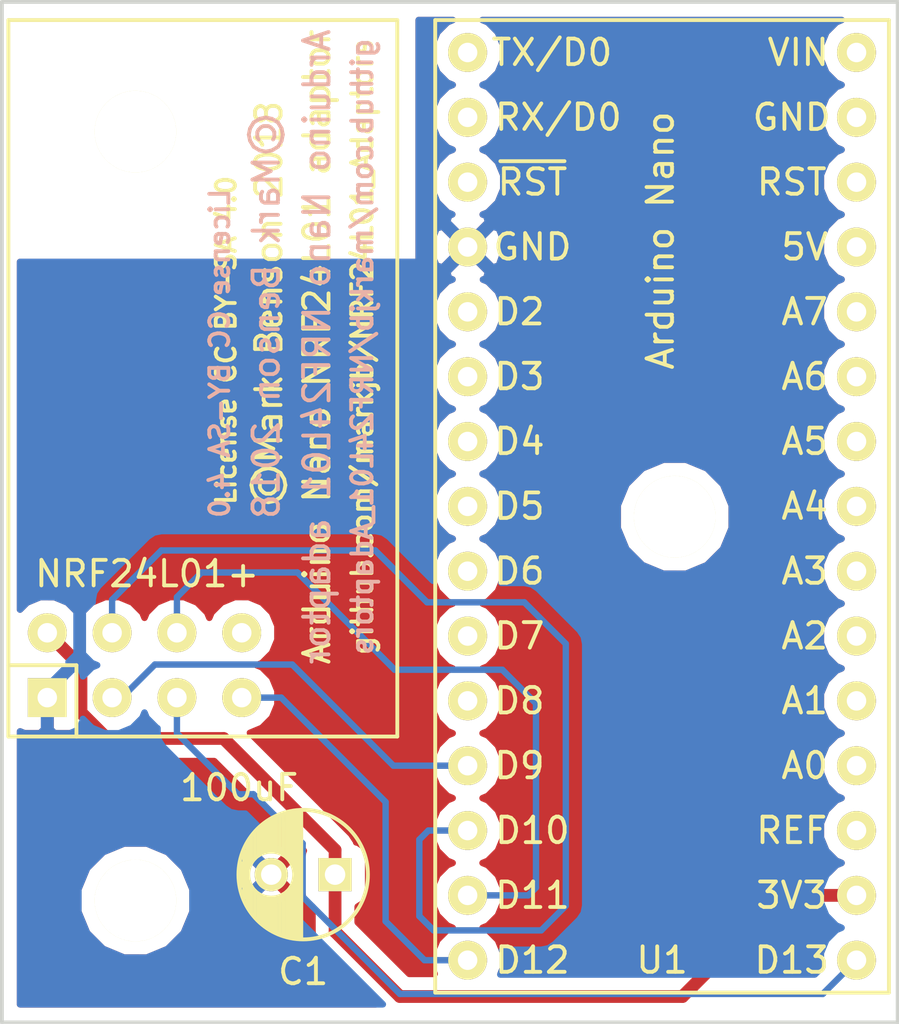
<source format=kicad_pcb>
(kicad_pcb (version 4) (host pcbnew 4.0.7-e2-6376~58~ubuntu16.04.1)

  (general
    (links 9)
    (no_connects 0)
    (area 118.204857 48.1142 158.451943 88.6886)
    (thickness 1.6)
    (drawings 12)
    (tracks 60)
    (zones 0)
    (modules 6)
    (nets 32)
  )

  (page A4)
  (title_block
    (title "Arduino Nano NRF24L01+ Adaptor")
    (date 2018-03-30)
    (rev 1)
    (comment 1 "Copyright Mark Benson 2018")
    (comment 2 "License Creative Commons Attribution ShareAlike 4.0 (CC BY-SA 4.0)")
    (comment 3 github.com/markjb/NRF24L01_Adaptors)
  )

  (layers
    (0 F.Cu signal hide)
    (31 B.Cu signal hide)
    (32 B.Adhes user hide)
    (33 F.Adhes user hide)
    (34 B.Paste user hide)
    (35 F.Paste user hide)
    (36 B.SilkS user)
    (37 F.SilkS user hide)
    (38 B.Mask user)
    (39 F.Mask user)
    (40 Dwgs.User user)
    (41 Cmts.User user)
    (42 Eco1.User user)
    (43 Eco2.User user)
    (44 Edge.Cuts user)
    (45 Margin user)
    (46 B.CrtYd user)
    (47 F.CrtYd user)
    (48 B.Fab user)
    (49 F.Fab user)
  )

  (setup
    (last_trace_width 0.25)
    (user_trace_width 0.5)
    (user_trace_width 0.75)
    (user_trace_width 1)
    (trace_clearance 0.2)
    (zone_clearance 0.508)
    (zone_45_only yes)
    (trace_min 0.2)
    (segment_width 0.2)
    (edge_width 0.15)
    (via_size 0.6)
    (via_drill 0.4)
    (via_min_size 0.4)
    (via_min_drill 0.3)
    (uvia_size 0.3)
    (uvia_drill 0.1)
    (uvias_allowed no)
    (uvia_min_size 0.2)
    (uvia_min_drill 0.1)
    (pcb_text_width 0.3)
    (pcb_text_size 1.5 1.5)
    (mod_edge_width 0.15)
    (mod_text_size 1 1)
    (mod_text_width 0.15)
    (pad_size 1.524 1.524)
    (pad_drill 0.762)
    (pad_to_mask_clearance 0.2)
    (aux_axis_origin 0 0)
    (visible_elements 7FFFFFFF)
    (pcbplotparams
      (layerselection 0x010f0_80000001)
      (usegerberextensions true)
      (excludeedgelayer true)
      (linewidth 0.100000)
      (plotframeref false)
      (viasonmask false)
      (mode 1)
      (useauxorigin false)
      (hpglpennumber 1)
      (hpglpenspeed 20)
      (hpglpendiameter 15)
      (hpglpenoverlay 2)
      (psnegative false)
      (psa4output false)
      (plotreference true)
      (plotvalue true)
      (plotinvisibletext false)
      (padsonsilk false)
      (subtractmaskfromsilk false)
      (outputformat 1)
      (mirror false)
      (drillshape 0)
      (scaleselection 1)
      (outputdirectory gerber/))
  )

  (net 0 "")
  (net 1 "Net-(P1-Pad3)")
  (net 2 "Net-(P1-Pad4)")
  (net 3 "Net-(P1-Pad5)")
  (net 4 "Net-(P1-Pad6)")
  (net 5 "Net-(P1-Pad7)")
  (net 6 "Net-(P1-Pad8)")
  (net 7 "Net-(U1-Pad1)")
  (net 8 "Net-(U1-Pad2)")
  (net 9 "Net-(U1-Pad3)")
  (net 10 "Net-(U1-Pad5)")
  (net 11 "Net-(U1-Pad6)")
  (net 12 "Net-(U1-Pad7)")
  (net 13 "Net-(U1-Pad8)")
  (net 14 "Net-(U1-Pad9)")
  (net 15 "Net-(U1-Pad10)")
  (net 16 "Net-(U1-Pad11)")
  (net 17 "Net-(U1-Pad18)")
  (net 18 "Net-(U1-Pad19)")
  (net 19 "Net-(U1-Pad20)")
  (net 20 "Net-(U1-Pad21)")
  (net 21 "Net-(U1-Pad22)")
  (net 22 "Net-(U1-Pad23)")
  (net 23 "Net-(U1-Pad24)")
  (net 24 "Net-(U1-Pad25)")
  (net 25 "Net-(U1-Pad26)")
  (net 26 "Net-(U1-Pad27)")
  (net 27 "Net-(U1-Pad28)")
  (net 28 "Net-(U1-Pad29)")
  (net 29 "Net-(U1-Pad30)")
  (net 30 "Net-(C1-Pad1)")
  (net 31 "Net-(C1-Pad2)")

  (net_class Default "This is the default net class."
    (clearance 0.2)
    (trace_width 0.25)
    (via_dia 0.6)
    (via_drill 0.4)
    (uvia_dia 0.3)
    (uvia_drill 0.1)
    (add_net "Net-(C1-Pad1)")
    (add_net "Net-(C1-Pad2)")
    (add_net "Net-(P1-Pad3)")
    (add_net "Net-(P1-Pad4)")
    (add_net "Net-(P1-Pad5)")
    (add_net "Net-(P1-Pad6)")
    (add_net "Net-(P1-Pad7)")
    (add_net "Net-(P1-Pad8)")
    (add_net "Net-(U1-Pad1)")
    (add_net "Net-(U1-Pad10)")
    (add_net "Net-(U1-Pad11)")
    (add_net "Net-(U1-Pad18)")
    (add_net "Net-(U1-Pad19)")
    (add_net "Net-(U1-Pad2)")
    (add_net "Net-(U1-Pad20)")
    (add_net "Net-(U1-Pad21)")
    (add_net "Net-(U1-Pad22)")
    (add_net "Net-(U1-Pad23)")
    (add_net "Net-(U1-Pad24)")
    (add_net "Net-(U1-Pad25)")
    (add_net "Net-(U1-Pad26)")
    (add_net "Net-(U1-Pad27)")
    (add_net "Net-(U1-Pad28)")
    (add_net "Net-(U1-Pad29)")
    (add_net "Net-(U1-Pad3)")
    (add_net "Net-(U1-Pad30)")
    (add_net "Net-(U1-Pad5)")
    (add_net "Net-(U1-Pad6)")
    (add_net "Net-(U1-Pad7)")
    (add_net "Net-(U1-Pad8)")
    (add_net "Net-(U1-Pad9)")
  )

  (module Custom_lib:NRF24L01+ (layer F.Cu) (tedit 57ADDB90) (tstamp 57ADCF6C)
    (at 130.1496 62.1284 270)
    (path /57ADCC0F)
    (fp_text reference P1 (at 0.254 2.032 270) (layer F.SilkS) hide
      (effects (font (size 1 1) (thickness 0.15)))
    )
    (fp_text value NRF24L01+ (at 8.4836 1.9304 360) (layer F.SilkS)
      (effects (font (size 1 1) (thickness 0.15)))
    )
    (fp_line (start 14.859 4.699) (end 12.065 4.699) (layer F.SilkS) (width 0.15))
    (fp_line (start 12.065 4.699) (end 12.065 7.366) (layer F.SilkS) (width 0.15))
    (fp_line (start 14.859 7.366) (end 14.859 -7.874) (layer F.SilkS) (width 0.15))
    (fp_line (start 14.859 -7.874) (end -13.208 -7.874) (layer F.SilkS) (width 0.15))
    (fp_line (start 14.859 7.366) (end -13.208 7.366) (layer F.SilkS) (width 0.15))
    (fp_line (start -13.208 7.366) (end -13.208 -7.874) (layer F.SilkS) (width 0.15))
    (pad 1 thru_hole rect (at 13.335 5.842 270) (size 1.524 1.524) (drill 0.762) (layers *.Cu *.Mask F.SilkS)
      (net 31 "Net-(C1-Pad2)"))
    (pad 2 thru_hole circle (at 10.795 5.842 270) (size 1.524 1.524) (drill 0.762) (layers *.Cu *.Mask F.SilkS)
      (net 30 "Net-(C1-Pad1)"))
    (pad 3 thru_hole circle (at 13.335 3.302 270) (size 1.524 1.524) (drill 0.762) (layers *.Cu *.Mask F.SilkS)
      (net 1 "Net-(P1-Pad3)"))
    (pad 4 thru_hole circle (at 10.795 3.302 270) (size 1.524 1.524) (drill 0.762) (layers *.Cu *.Mask F.SilkS)
      (net 2 "Net-(P1-Pad4)"))
    (pad 5 thru_hole circle (at 13.335 0.762 270) (size 1.524 1.524) (drill 0.762) (layers *.Cu *.Mask F.SilkS)
      (net 3 "Net-(P1-Pad5)"))
    (pad 6 thru_hole circle (at 10.795 0.762 270) (size 1.524 1.524) (drill 0.762) (layers *.Cu *.Mask F.SilkS)
      (net 4 "Net-(P1-Pad6)"))
    (pad 7 thru_hole circle (at 13.335 -1.778 270) (size 1.524 1.524) (drill 0.762) (layers *.Cu *.Mask F.SilkS)
      (net 5 "Net-(P1-Pad7)"))
    (pad 8 thru_hole circle (at 10.795 -1.778 270) (size 1.524 1.524) (drill 0.762) (layers *.Cu *.Mask F.SilkS)
      (net 6 "Net-(P1-Pad8)"))
  )

  (module Custom_lib:Arduino_nano_v3 (layer F.Cu) (tedit 57B1D467) (tstamp 57ADCF8E)
    (at 148.3995 65.4304)
    (path /57ADCBCC)
    (fp_text reference U1 (at 0 20.32) (layer F.SilkS)
      (effects (font (size 1 1) (thickness 0.15)))
    )
    (fp_text value "Arduino Nano" (at -0.0635 -7.874 90) (layer F.SilkS)
      (effects (font (size 1 1) (thickness 0.15)))
    )
    (fp_text user VIN (at 5.334 -15.24) (layer F.SilkS)
      (effects (font (size 1 1) (thickness 0.15)))
    )
    (fp_text user GND (at 5.08 -12.7) (layer F.SilkS)
      (effects (font (size 1 1) (thickness 0.15)))
    )
    (fp_text user RST (at 5.08 -10.16) (layer F.SilkS)
      (effects (font (size 1 1) (thickness 0.15)))
    )
    (fp_text user 5V (at 5.588 -7.62) (layer F.SilkS)
      (effects (font (size 1 1) (thickness 0.15)))
    )
    (fp_text user A7 (at 5.588 -5.08) (layer F.SilkS)
      (effects (font (size 1 1) (thickness 0.15)))
    )
    (fp_text user A6 (at 5.588 -2.54) (layer F.SilkS)
      (effects (font (size 1 1) (thickness 0.15)))
    )
    (fp_text user A5 (at 5.588 0) (layer F.SilkS)
      (effects (font (size 1 1) (thickness 0.15)))
    )
    (fp_text user A4 (at 5.588 2.54) (layer F.SilkS)
      (effects (font (size 1 1) (thickness 0.15)))
    )
    (fp_text user A3 (at 5.588 5.08) (layer F.SilkS)
      (effects (font (size 1 1) (thickness 0.15)))
    )
    (fp_text user A2 (at 5.588 7.62) (layer F.SilkS)
      (effects (font (size 1 1) (thickness 0.15)))
    )
    (fp_text user A1 (at 5.588 10.16) (layer F.SilkS)
      (effects (font (size 1 1) (thickness 0.15)))
    )
    (fp_text user A0 (at 5.588 12.7) (layer F.SilkS)
      (effects (font (size 1 1) (thickness 0.15)))
    )
    (fp_text user REF (at 5.08 15.24) (layer F.SilkS)
      (effects (font (size 1 1) (thickness 0.15)))
    )
    (fp_text user 3V3 (at 5.08 17.78) (layer F.SilkS)
      (effects (font (size 1 1) (thickness 0.15)))
    )
    (fp_text user D13 (at 5.08 20.32) (layer F.SilkS)
      (effects (font (size 1 1) (thickness 0.15)))
    )
    (fp_text user D12 (at -5.08 20.32) (layer F.SilkS)
      (effects (font (size 1 1) (thickness 0.15)))
    )
    (fp_text user D11 (at -5.08 17.78) (layer F.SilkS)
      (effects (font (size 1 1) (thickness 0.15)))
    )
    (fp_text user D10 (at -5.08 15.24) (layer F.SilkS)
      (effects (font (size 1 1) (thickness 0.15)))
    )
    (fp_text user D9 (at -5.588 12.7) (layer F.SilkS)
      (effects (font (size 1 1) (thickness 0.15)))
    )
    (fp_text user D8 (at -5.588 10.16) (layer F.SilkS)
      (effects (font (size 1 1) (thickness 0.15)))
    )
    (fp_text user D7 (at -5.588 7.62) (layer F.SilkS)
      (effects (font (size 1 1) (thickness 0.15)))
    )
    (fp_text user D6 (at -5.588 5.08) (layer F.SilkS)
      (effects (font (size 1 1) (thickness 0.15)))
    )
    (fp_text user D5 (at -5.588 2.54) (layer F.SilkS)
      (effects (font (size 1 1) (thickness 0.15)))
    )
    (fp_text user D4 (at -5.588 0) (layer F.SilkS)
      (effects (font (size 1 1) (thickness 0.15)))
    )
    (fp_text user D3 (at -5.588 -2.54) (layer F.SilkS)
      (effects (font (size 1 1) (thickness 0.15)))
    )
    (fp_text user D2 (at -5.588 -5.08) (layer F.SilkS)
      (effects (font (size 1 1) (thickness 0.15)))
    )
    (fp_text user GND (at -5.08 -7.62) (layer F.SilkS)
      (effects (font (size 1 1) (thickness 0.15)))
    )
    (fp_text user ~RST (at -5.08 -10.16) (layer F.SilkS)
      (effects (font (size 1 1) (thickness 0.15)))
    )
    (fp_text user RX/D0 (at -4.064 -12.7) (layer F.SilkS)
      (effects (font (size 1 1) (thickness 0.15)))
    )
    (fp_text user TX/D0 (at -4.318 -15.24) (layer F.SilkS)
      (effects (font (size 1 1) (thickness 0.15)))
    )
    (fp_line (start 8.89 -16.51) (end -8.89 -16.51) (layer F.SilkS) (width 0.15))
    (fp_line (start -8.89 -16.51) (end -8.89 21.59) (layer F.SilkS) (width 0.15))
    (fp_line (start -8.89 21.59) (end 8.89 21.59) (layer F.SilkS) (width 0.15))
    (fp_line (start 8.89 21.59) (end 8.89 -16.51) (layer F.SilkS) (width 0.15))
    (pad 1 thru_hole circle (at -7.62 -15.24) (size 1.524 1.524) (drill 0.762) (layers *.Cu *.Mask F.SilkS)
      (net 7 "Net-(U1-Pad1)"))
    (pad 2 thru_hole circle (at -7.62 -12.7) (size 1.524 1.524) (drill 0.762) (layers *.Cu *.Mask F.SilkS)
      (net 8 "Net-(U1-Pad2)"))
    (pad 3 thru_hole circle (at -7.62 -10.16) (size 1.524 1.524) (drill 0.762) (layers *.Cu *.Mask F.SilkS)
      (net 9 "Net-(U1-Pad3)"))
    (pad 4 thru_hole circle (at -7.62 -7.62) (size 1.524 1.524) (drill 0.762) (layers *.Cu *.Mask F.SilkS)
      (net 31 "Net-(C1-Pad2)"))
    (pad 5 thru_hole circle (at -7.62 -5.08) (size 1.524 1.524) (drill 0.762) (layers *.Cu *.Mask F.SilkS)
      (net 10 "Net-(U1-Pad5)"))
    (pad 6 thru_hole circle (at -7.62 -2.54) (size 1.524 1.524) (drill 0.762) (layers *.Cu *.Mask F.SilkS)
      (net 11 "Net-(U1-Pad6)"))
    (pad 7 thru_hole circle (at -7.62 0) (size 1.524 1.524) (drill 0.762) (layers *.Cu *.Mask F.SilkS)
      (net 12 "Net-(U1-Pad7)"))
    (pad 8 thru_hole circle (at -7.62 2.54) (size 1.524 1.524) (drill 0.762) (layers *.Cu *.Mask F.SilkS)
      (net 13 "Net-(U1-Pad8)"))
    (pad 9 thru_hole circle (at -7.62 5.08) (size 1.524 1.524) (drill 0.762) (layers *.Cu *.Mask F.SilkS)
      (net 14 "Net-(U1-Pad9)"))
    (pad 10 thru_hole circle (at -7.62 7.62) (size 1.524 1.524) (drill 0.762) (layers *.Cu *.Mask F.SilkS)
      (net 15 "Net-(U1-Pad10)"))
    (pad 11 thru_hole circle (at -7.62 10.16) (size 1.524 1.524) (drill 0.762) (layers *.Cu *.Mask F.SilkS)
      (net 16 "Net-(U1-Pad11)"))
    (pad 12 thru_hole circle (at -7.62 12.7) (size 1.524 1.524) (drill 0.762) (layers *.Cu *.Mask F.SilkS)
      (net 1 "Net-(P1-Pad3)"))
    (pad 13 thru_hole circle (at -7.62 15.24) (size 1.524 1.524) (drill 0.762) (layers *.Cu *.Mask F.SilkS)
      (net 2 "Net-(P1-Pad4)"))
    (pad 14 thru_hole circle (at -7.62 17.78) (size 1.524 1.524) (drill 0.762) (layers *.Cu *.Mask F.SilkS)
      (net 4 "Net-(P1-Pad6)"))
    (pad 15 thru_hole circle (at -7.62 20.32) (size 1.524 1.524) (drill 0.762) (layers *.Cu *.Mask F.SilkS)
      (net 5 "Net-(P1-Pad7)"))
    (pad 16 thru_hole circle (at 7.62 20.32) (size 1.524 1.524) (drill 0.762) (layers *.Cu *.Mask F.SilkS)
      (net 3 "Net-(P1-Pad5)"))
    (pad 17 thru_hole circle (at 7.62 17.78) (size 1.524 1.524) (drill 0.762) (layers *.Cu *.Mask F.SilkS)
      (net 30 "Net-(C1-Pad1)"))
    (pad 18 thru_hole circle (at 7.62 15.24) (size 1.524 1.524) (drill 0.762) (layers *.Cu *.Mask F.SilkS)
      (net 17 "Net-(U1-Pad18)"))
    (pad 19 thru_hole circle (at 7.62 12.7) (size 1.524 1.524) (drill 0.762) (layers *.Cu *.Mask F.SilkS)
      (net 18 "Net-(U1-Pad19)"))
    (pad 20 thru_hole circle (at 7.62 10.16) (size 1.524 1.524) (drill 0.762) (layers *.Cu *.Mask F.SilkS)
      (net 19 "Net-(U1-Pad20)"))
    (pad 21 thru_hole circle (at 7.62 7.62) (size 1.524 1.524) (drill 0.762) (layers *.Cu *.Mask F.SilkS)
      (net 20 "Net-(U1-Pad21)"))
    (pad 22 thru_hole circle (at 7.62 5.08) (size 1.524 1.524) (drill 0.762) (layers *.Cu *.Mask F.SilkS)
      (net 21 "Net-(U1-Pad22)"))
    (pad 23 thru_hole circle (at 7.62 2.54) (size 1.524 1.524) (drill 0.762) (layers *.Cu *.Mask F.SilkS)
      (net 22 "Net-(U1-Pad23)"))
    (pad 24 thru_hole circle (at 7.62 0) (size 1.524 1.524) (drill 0.762) (layers *.Cu *.Mask F.SilkS)
      (net 23 "Net-(U1-Pad24)"))
    (pad 25 thru_hole circle (at 7.62 -2.54) (size 1.524 1.524) (drill 0.762) (layers *.Cu *.Mask F.SilkS)
      (net 24 "Net-(U1-Pad25)"))
    (pad 26 thru_hole circle (at 7.62 -5.08) (size 1.524 1.524) (drill 0.762) (layers *.Cu *.Mask F.SilkS)
      (net 25 "Net-(U1-Pad26)"))
    (pad 27 thru_hole circle (at 7.62 -7.62) (size 1.524 1.524) (drill 0.762) (layers *.Cu *.Mask F.SilkS)
      (net 26 "Net-(U1-Pad27)"))
    (pad 28 thru_hole circle (at 7.62 -10.16) (size 1.524 1.524) (drill 0.762) (layers *.Cu *.Mask F.SilkS)
      (net 27 "Net-(U1-Pad28)"))
    (pad 29 thru_hole circle (at 7.62 -12.7) (size 1.524 1.524) (drill 0.762) (layers *.Cu *.Mask F.SilkS)
      (net 28 "Net-(U1-Pad29)"))
    (pad 30 thru_hole circle (at 7.62 -15.24) (size 1.524 1.524) (drill 0.762) (layers *.Cu *.Mask F.SilkS)
      (net 29 "Net-(U1-Pad30)"))
  )

  (module Capacitors_ThroughHole:C_Radial_D5_L11_P2.5 (layer F.Cu) (tedit 57B1E073) (tstamp 57ADD02C)
    (at 135.5852 82.3976 180)
    (descr "Radial Electrolytic Capacitor Diameter 5mm x Length 11mm, Pitch 2.5mm")
    (tags "Electrolytic Capacitor")
    (path /57ADCFD7)
    (fp_text reference C1 (at 1.25 -3.8 180) (layer F.SilkS)
      (effects (font (size 1 1) (thickness 0.15)))
    )
    (fp_text value 100uF (at 3.7592 3.4036 180) (layer F.SilkS)
      (effects (font (size 1 1) (thickness 0.15)))
    )
    (fp_line (start 1.325 -2.499) (end 1.325 2.499) (layer F.SilkS) (width 0.15))
    (fp_line (start 1.465 -2.491) (end 1.465 2.491) (layer F.SilkS) (width 0.15))
    (fp_line (start 1.605 -2.475) (end 1.605 -0.095) (layer F.SilkS) (width 0.15))
    (fp_line (start 1.605 0.095) (end 1.605 2.475) (layer F.SilkS) (width 0.15))
    (fp_line (start 1.745 -2.451) (end 1.745 -0.49) (layer F.SilkS) (width 0.15))
    (fp_line (start 1.745 0.49) (end 1.745 2.451) (layer F.SilkS) (width 0.15))
    (fp_line (start 1.885 -2.418) (end 1.885 -0.657) (layer F.SilkS) (width 0.15))
    (fp_line (start 1.885 0.657) (end 1.885 2.418) (layer F.SilkS) (width 0.15))
    (fp_line (start 2.025 -2.377) (end 2.025 -0.764) (layer F.SilkS) (width 0.15))
    (fp_line (start 2.025 0.764) (end 2.025 2.377) (layer F.SilkS) (width 0.15))
    (fp_line (start 2.165 -2.327) (end 2.165 -0.835) (layer F.SilkS) (width 0.15))
    (fp_line (start 2.165 0.835) (end 2.165 2.327) (layer F.SilkS) (width 0.15))
    (fp_line (start 2.305 -2.266) (end 2.305 -0.879) (layer F.SilkS) (width 0.15))
    (fp_line (start 2.305 0.879) (end 2.305 2.266) (layer F.SilkS) (width 0.15))
    (fp_line (start 2.445 -2.196) (end 2.445 -0.898) (layer F.SilkS) (width 0.15))
    (fp_line (start 2.445 0.898) (end 2.445 2.196) (layer F.SilkS) (width 0.15))
    (fp_line (start 2.585 -2.114) (end 2.585 -0.896) (layer F.SilkS) (width 0.15))
    (fp_line (start 2.585 0.896) (end 2.585 2.114) (layer F.SilkS) (width 0.15))
    (fp_line (start 2.725 -2.019) (end 2.725 -0.871) (layer F.SilkS) (width 0.15))
    (fp_line (start 2.725 0.871) (end 2.725 2.019) (layer F.SilkS) (width 0.15))
    (fp_line (start 2.865 -1.908) (end 2.865 -0.823) (layer F.SilkS) (width 0.15))
    (fp_line (start 2.865 0.823) (end 2.865 1.908) (layer F.SilkS) (width 0.15))
    (fp_line (start 3.005 -1.78) (end 3.005 -0.745) (layer F.SilkS) (width 0.15))
    (fp_line (start 3.005 0.745) (end 3.005 1.78) (layer F.SilkS) (width 0.15))
    (fp_line (start 3.145 -1.631) (end 3.145 -0.628) (layer F.SilkS) (width 0.15))
    (fp_line (start 3.145 0.628) (end 3.145 1.631) (layer F.SilkS) (width 0.15))
    (fp_line (start 3.285 -1.452) (end 3.285 -0.44) (layer F.SilkS) (width 0.15))
    (fp_line (start 3.285 0.44) (end 3.285 1.452) (layer F.SilkS) (width 0.15))
    (fp_line (start 3.425 -1.233) (end 3.425 1.233) (layer F.SilkS) (width 0.15))
    (fp_line (start 3.565 -0.944) (end 3.565 0.944) (layer F.SilkS) (width 0.15))
    (fp_line (start 3.705 -0.472) (end 3.705 0.472) (layer F.SilkS) (width 0.15))
    (fp_circle (center 2.5 0) (end 2.5 -0.9) (layer F.SilkS) (width 0.15))
    (fp_circle (center 1.25 0) (end 1.25 -2.5375) (layer F.SilkS) (width 0.15))
    (fp_circle (center 1.25 0) (end 1.25 -2.8) (layer F.CrtYd) (width 0.05))
    (pad 1 thru_hole rect (at 0 0 180) (size 1.3 1.3) (drill 0.8) (layers *.Cu *.Mask F.SilkS)
      (net 30 "Net-(C1-Pad1)"))
    (pad 2 thru_hole circle (at 2.5 0 180) (size 1.3 1.3) (drill 0.8) (layers *.Cu *.Mask F.SilkS)
      (net 31 "Net-(C1-Pad2)"))
    (model Capacitors_ThroughHole.3dshapes/C_Radial_D5_L11_P2.5.wrl
      (at (xyz 0.049213 0 0))
      (scale (xyz 1 1 1))
      (rotate (xyz 0 0 90))
    )
  )

  (module Mounting_Holes:MountingHole_3.2mm_M3 (layer F.Cu) (tedit 57ADD8F6) (tstamp 57ADD7F7)
    (at 127.762 83.4136)
    (descr "Mounting Hole 3.2mm, no annular, M3")
    (tags "mounting hole 3.2mm no annular m3")
    (fp_text reference REF** (at 0 -4.2) (layer F.SilkS) hide
      (effects (font (size 1 1) (thickness 0.15)))
    )
    (fp_text value MountingHole_3.2mm_M3 (at 0 4.2) (layer F.Fab)
      (effects (font (size 1 1) (thickness 0.15)))
    )
    (fp_circle (center 0 0) (end 3.2 0) (layer Cmts.User) (width 0.15))
    (fp_circle (center 0 0) (end 3.45 0) (layer F.CrtYd) (width 0.05))
    (pad 1 np_thru_hole circle (at 0 0) (size 3.2 3.2) (drill 3.2) (layers *.Cu *.Mask F.SilkS))
  )

  (module Mounting_Holes:MountingHole_3.2mm_M3 (layer F.Cu) (tedit 57ADD907) (tstamp 57ADD846)
    (at 127.762 53.2892)
    (descr "Mounting Hole 3.2mm, no annular, M3")
    (tags "mounting hole 3.2mm no annular m3")
    (fp_text reference REF** (at 0 -4.2) (layer F.SilkS) hide
      (effects (font (size 1 1) (thickness 0.15)))
    )
    (fp_text value MountingHole_3.2mm_M3 (at 0 4.2) (layer F.Fab)
      (effects (font (size 1 1) (thickness 0.15)))
    )
    (fp_circle (center 0 0) (end 3.2 0) (layer Cmts.User) (width 0.15))
    (fp_circle (center 0 0) (end 3.45 0) (layer F.CrtYd) (width 0.05))
    (pad 1 np_thru_hole circle (at 0 0) (size 3.2 3.2) (drill 3.2) (layers *.Cu *.Mask F.SilkS))
  )

  (module Mounting_Holes:MountingHole_3.2mm_M3 (layer F.Cu) (tedit 57ADD8FE) (tstamp 57ADD851)
    (at 148.8948 68.3768)
    (descr "Mounting Hole 3.2mm, no annular, M3")
    (tags "mounting hole 3.2mm no annular m3")
    (fp_text reference REF** (at 0 -4.2) (layer F.SilkS) hide
      (effects (font (size 1 1) (thickness 0.15)))
    )
    (fp_text value MountingHole_3.2mm_M3 (at 0 4.2) (layer F.Fab)
      (effects (font (size 1 1) (thickness 0.15)))
    )
    (fp_circle (center 0 0) (end 3.2 0) (layer Cmts.User) (width 0.15))
    (fp_circle (center 0 0) (end 3.45 0) (layer F.CrtYd) (width 0.05))
    (pad 1 np_thru_hole circle (at 0 0) (size 3.2 3.2) (drill 3.2) (layers *.Cu *.Mask F.SilkS))
  )

  (gr_text "License CC BY-SA 4.0" (at 131.064 61.976 90) (layer B.SilkS)
    (effects (font (size 0.75 0.75) (thickness 0.15)) (justify mirror))
  )
  (gr_text "License CC BY-SA 4.0" (at 131.318 61.468 90) (layer F.SilkS)
    (effects (font (size 0.75 0.75) (thickness 0.15)))
  )
  (gr_text "©Mark Benson 2018" (at 132.8928 60.5028 90) (layer B.SilkS)
    (effects (font (size 1 1) (thickness 0.15)) (justify mirror))
  )
  (gr_text "Arduino Nano NRF24L01 adaptor" (at 134.874 61.722 90) (layer B.SilkS)
    (effects (font (size 1 1) (thickness 0.15)) (justify mirror))
  )
  (gr_text github.com/markjb/NRF24L01_Adaptors (at 136.652 61.722 90) (layer B.SilkS)
    (effects (font (size 0.8 0.8) (thickness 0.15)) (justify mirror))
  )
  (gr_text github.com/markjb/NRF24L01_Adaptors (at 136.652 61.722 90) (layer F.SilkS)
    (effects (font (size 0.8 0.8) (thickness 0.15)))
  )
  (gr_text "Arduino Nano NRF24L01 adaptor" (at 134.874 61.722 90) (layer F.SilkS)
    (effects (font (size 1 1) (thickness 0.15)))
  )
  (gr_text "©Mark Benson 2018" (at 132.9944 60.0456 90) (layer F.SilkS)
    (effects (font (size 1 1) (thickness 0.15)))
  )
  (gr_line (start 157.6324 88.1888) (end 122.5296 88.1888) (angle 90) (layer Edge.Cuts) (width 0.15))
  (gr_line (start 157.6324 48.2092) (end 157.6324 88.1888) (angle 90) (layer Edge.Cuts) (width 0.15))
  (gr_line (start 122.5296 48.2092) (end 157.6324 48.2092) (angle 90) (layer Edge.Cuts) (width 0.15))
  (gr_line (start 122.5296 88.1888) (end 122.5296 48.2092) (angle 90) (layer Edge.Cuts) (width 0.15))

  (segment (start 126.8476 75.4634) (end 127.2286 75.4634) (width 0.25) (layer B.Cu) (net 1))
  (segment (start 127.2286 75.4634) (end 128.524 74.168) (width 0.25) (layer B.Cu) (net 1) (tstamp 57ADD175))
  (segment (start 128.524 74.168) (end 133.9088 74.168) (width 0.25) (layer B.Cu) (net 1) (tstamp 57ADD177))
  (segment (start 133.9088 74.168) (end 137.8712 78.1304) (width 0.25) (layer B.Cu) (net 1) (tstamp 57ADD17A))
  (segment (start 137.8712 78.1304) (end 140.7795 78.1304) (width 0.25) (layer B.Cu) (net 1) (tstamp 57ADD17C))
  (segment (start 126.8476 72.9234) (end 126.8476 71.628) (width 0.25) (layer B.Cu) (net 2))
  (segment (start 139.2428 80.6704) (end 140.7795 80.6704) (width 0.25) (layer B.Cu) (net 2) (tstamp 57ADD217))
  (segment (start 138.8872 81.026) (end 139.2428 80.6704) (width 0.25) (layer B.Cu) (net 2) (tstamp 57ADD216))
  (segment (start 138.8872 84.0232) (end 138.8872 81.026) (width 0.25) (layer B.Cu) (net 2) (tstamp 57ADD215))
  (segment (start 139.446 84.582) (end 138.8872 84.0232) (width 0.25) (layer B.Cu) (net 2) (tstamp 57ADD214))
  (segment (start 143.6624 84.582) (end 139.446 84.582) (width 0.25) (layer B.Cu) (net 2) (tstamp 57ADD213))
  (segment (start 144.6276 83.6168) (end 143.6624 84.582) (width 0.25) (layer B.Cu) (net 2) (tstamp 57ADD212))
  (segment (start 144.6276 73.3552) (end 144.6276 83.6168) (width 0.25) (layer B.Cu) (net 2) (tstamp 57ADD210))
  (segment (start 143.002 71.7296) (end 144.6276 73.3552) (width 0.25) (layer B.Cu) (net 2) (tstamp 57ADD20E))
  (segment (start 139.192 71.7296) (end 143.002 71.7296) (width 0.25) (layer B.Cu) (net 2) (tstamp 57ADD20C))
  (segment (start 137.16 69.6976) (end 139.192 71.7296) (width 0.25) (layer B.Cu) (net 2) (tstamp 57ADD1C4))
  (segment (start 128.778 69.6976) (end 137.16 69.6976) (width 0.25) (layer B.Cu) (net 2) (tstamp 57ADD1C2))
  (segment (start 126.8476 71.628) (end 128.778 69.6976) (width 0.25) (layer B.Cu) (net 2) (tstamp 57ADD1B1))
  (segment (start 140.7795 80.6704) (end 140.5128 80.6704) (width 0.25) (layer B.Cu) (net 2))
  (segment (start 129.3876 75.4634) (end 129.3876 76.8604) (width 0.25) (layer B.Cu) (net 3))
  (segment (start 154.6987 87.0712) (end 156.0195 85.7504) (width 0.25) (layer B.Cu) (net 3) (tstamp 57ADD492))
  (segment (start 138.1252 87.0712) (end 154.6987 87.0712) (width 0.25) (layer B.Cu) (net 3) (tstamp 57ADD48F))
  (segment (start 134.3152 83.2612) (end 138.1252 87.0712) (width 0.25) (layer B.Cu) (net 3) (tstamp 57ADD48A))
  (segment (start 134.3152 81.1784) (end 134.3152 83.2612) (width 0.25) (layer B.Cu) (net 3) (tstamp 57ADD483))
  (segment (start 132.3848 79.248) (end 134.3152 81.1784) (width 0.25) (layer B.Cu) (net 3) (tstamp 57ADD482))
  (segment (start 131.7752 79.248) (end 132.3848 79.248) (width 0.25) (layer B.Cu) (net 3) (tstamp 57ADD47D))
  (segment (start 129.3876 76.8604) (end 131.7752 79.248) (width 0.25) (layer B.Cu) (net 3) (tstamp 57ADD47B))
  (segment (start 140.7795 83.2104) (end 143.1544 83.2104) (width 0.25) (layer B.Cu) (net 4))
  (segment (start 129.3876 71.5264) (end 129.3876 72.9234) (width 0.25) (layer B.Cu) (net 4) (tstamp 57ADD1AC))
  (segment (start 130.3528 70.5612) (end 129.3876 71.5264) (width 0.25) (layer B.Cu) (net 4) (tstamp 57ADD1A9))
  (segment (start 134.112 70.5612) (end 130.3528 70.5612) (width 0.25) (layer B.Cu) (net 4) (tstamp 57ADD1A3))
  (segment (start 137.922 74.3712) (end 134.112 70.5612) (width 0.25) (layer B.Cu) (net 4) (tstamp 57ADD1A1))
  (segment (start 142.1384 74.3712) (end 137.922 74.3712) (width 0.25) (layer B.Cu) (net 4) (tstamp 57ADD19F))
  (segment (start 143.4592 75.692) (end 142.1384 74.3712) (width 0.25) (layer B.Cu) (net 4) (tstamp 57ADD19D))
  (segment (start 143.4592 82.9056) (end 143.4592 75.692) (width 0.25) (layer B.Cu) (net 4) (tstamp 57ADD19C))
  (segment (start 143.1544 83.2104) (end 143.4592 82.9056) (width 0.25) (layer B.Cu) (net 4) (tstamp 57ADD191))
  (segment (start 140.7795 83.2104) (end 140.208 83.2104) (width 0.25) (layer B.Cu) (net 4))
  (segment (start 131.9276 75.4634) (end 133.477 75.4634) (width 0.25) (layer B.Cu) (net 5))
  (segment (start 139.0904 85.7504) (end 140.7795 85.7504) (width 0.25) (layer B.Cu) (net 5) (tstamp 57ADD3FB))
  (segment (start 137.5664 84.2264) (end 139.0904 85.7504) (width 0.25) (layer B.Cu) (net 5) (tstamp 57ADD3F9))
  (segment (start 137.5664 79.5528) (end 137.5664 84.2264) (width 0.25) (layer B.Cu) (net 5) (tstamp 57ADD3F7))
  (segment (start 133.477 75.4634) (end 137.5664 79.5528) (width 0.25) (layer B.Cu) (net 5) (tstamp 57ADD3F5))
  (segment (start 135.5852 82.3976) (end 135.5852 84.6328) (width 0.5) (layer F.Cu) (net 30))
  (segment (start 153.162 83.2104) (end 156.0195 83.2104) (width 0.5) (layer F.Cu) (net 30) (tstamp 57ADD470))
  (segment (start 149.1996 87.1728) (end 153.162 83.2104) (width 0.5) (layer F.Cu) (net 30) (tstamp 57ADD46D))
  (segment (start 138.1252 87.1728) (end 149.1996 87.1728) (width 0.5) (layer F.Cu) (net 30) (tstamp 57ADD46A))
  (segment (start 135.5852 84.6328) (end 138.1252 87.1728) (width 0.5) (layer F.Cu) (net 30) (tstamp 57ADD465))
  (segment (start 135.5852 82.3976) (end 135.5852 81.4324) (width 0.5) (layer F.Cu) (net 30))
  (segment (start 125.6284 74.2442) (end 124.3076 72.9234) (width 0.5) (layer F.Cu) (net 30) (tstamp 57ADD449))
  (segment (start 125.6284 76.0476) (end 125.6284 74.2442) (width 0.5) (layer F.Cu) (net 30) (tstamp 57ADD447))
  (segment (start 126.6444 77.0636) (end 125.6284 76.0476) (width 0.5) (layer F.Cu) (net 30) (tstamp 57ADD444))
  (segment (start 131.2164 77.0636) (end 126.6444 77.0636) (width 0.5) (layer F.Cu) (net 30) (tstamp 57ADD43B))
  (segment (start 135.5852 81.4324) (end 131.2164 77.0636) (width 0.5) (layer F.Cu) (net 30) (tstamp 57ADD428))
  (segment (start 124.3076 72.9234) (end 124.5362 72.9234) (width 0.5) (layer F.Cu) (net 30))
  (segment (start 124.3076 75.184) (end 125.5776 73.914) (width 0.5) (layer B.Cu) (net 31) (tstamp 57ADD0D9))
  (segment (start 136.2583 62.3316) (end 140.7795 57.8104) (width 0.5) (layer B.Cu) (net 31) (tstamp 57ADD0EE))
  (segment (start 130.2004 62.3316) (end 136.2583 62.3316) (width 0.5) (layer B.Cu) (net 31) (tstamp 57ADD0EC))
  (segment (start 125.5776 66.9544) (end 130.2004 62.3316) (width 0.5) (layer B.Cu) (net 31) (tstamp 57ADD0DF))
  (segment (start 125.5776 73.914) (end 125.5776 66.9544) (width 0.5) (layer B.Cu) (net 31) (tstamp 57ADD0DC))
  (segment (start 124.3076 75.4634) (end 124.3076 75.184) (width 0.5) (layer B.Cu) (net 31))

  (zone (net 31) (net_name "Net-(C1-Pad2)") (layer F.Cu) (tstamp 57ADD63A) (hatch edge 0.508)
    (connect_pads (clearance 0.508))
    (min_thickness 0.254)
    (fill yes (arc_segments 16) (thermal_gap 0.508) (thermal_bridge_width 0.508))
    (polygon
      (pts
        (xy 157.6324 88.1888) (xy 122.5296 88.1888) (xy 122.5296 48.2092) (xy 157.6324 48.2092) (xy 157.6324 88.1888)
      )
    )
    (filled_polygon
      (pts
        (xy 124.4346 75.3364) (xy 124.4546 75.3364) (xy 124.4546 75.5904) (xy 124.4346 75.5904) (xy 124.4346 76.70165)
        (xy 124.59335 76.8604) (xy 125.18962 76.8604) (xy 126.018608 77.689387) (xy 126.01861 77.68939) (xy 126.305725 77.881233)
        (xy 126.361916 77.89241) (xy 126.6444 77.948601) (xy 126.644405 77.9486) (xy 130.84982 77.9486) (xy 134.362378 81.461157)
        (xy 134.338769 81.49571) (xy 134.28776 81.7476) (xy 134.28776 81.909985) (xy 134.214811 81.733871) (xy 133.984216 81.67819)
        (xy 133.264805 82.3976) (xy 133.984216 83.11701) (xy 134.214811 83.061329) (xy 134.28776 82.851698) (xy 134.28776 83.0476)
        (xy 134.332038 83.282917) (xy 134.47111 83.499041) (xy 134.68331 83.644031) (xy 134.7002 83.647451) (xy 134.7002 84.632795)
        (xy 134.700199 84.6328) (xy 134.75639 84.915284) (xy 134.767567 84.971475) (xy 134.95941 85.25859) (xy 137.179621 87.4788)
        (xy 123.2396 87.4788) (xy 123.2396 83.856219) (xy 125.526613 83.856219) (xy 125.866155 84.677972) (xy 126.494321 85.307236)
        (xy 127.315481 85.648211) (xy 128.204619 85.648987) (xy 129.026372 85.309445) (xy 129.655636 84.681279) (xy 129.996611 83.860119)
        (xy 129.997102 83.296616) (xy 132.36579 83.296616) (xy 132.421471 83.527211) (xy 132.904278 83.695222) (xy 133.414628 83.665683)
        (xy 133.748929 83.527211) (xy 133.80461 83.296616) (xy 133.0852 82.577205) (xy 132.36579 83.296616) (xy 129.997102 83.296616)
        (xy 129.997387 82.970981) (xy 129.685715 82.216678) (xy 131.787578 82.216678) (xy 131.817117 82.727028) (xy 131.955589 83.061329)
        (xy 132.186184 83.11701) (xy 132.905595 82.3976) (xy 132.186184 81.67819) (xy 131.955589 81.733871) (xy 131.787578 82.216678)
        (xy 129.685715 82.216678) (xy 129.657845 82.149228) (xy 129.029679 81.519964) (xy 128.978191 81.498584) (xy 132.36579 81.498584)
        (xy 133.0852 82.217995) (xy 133.80461 81.498584) (xy 133.748929 81.267989) (xy 133.266122 81.099978) (xy 132.755772 81.129517)
        (xy 132.421471 81.267989) (xy 132.36579 81.498584) (xy 128.978191 81.498584) (xy 128.208519 81.178989) (xy 127.319381 81.178213)
        (xy 126.497628 81.517755) (xy 125.868364 82.145921) (xy 125.527389 82.967081) (xy 125.526613 83.856219) (xy 123.2396 83.856219)
        (xy 123.2396 76.78597) (xy 123.41929 76.8604) (xy 124.02185 76.8604) (xy 124.1806 76.70165) (xy 124.1806 75.5904)
        (xy 124.1606 75.5904) (xy 124.1606 75.3364) (xy 124.1806 75.3364) (xy 124.1806 75.3164) (xy 124.4346 75.3164)
      )
    )
    (filled_polygon
      (pts
        (xy 139.989197 49.00539) (xy 139.595871 49.39803) (xy 139.382743 49.9113) (xy 139.382258 50.467061) (xy 139.59449 50.980703)
        (xy 139.98713 51.374029) (xy 140.195012 51.460349) (xy 139.989197 51.54539) (xy 139.595871 51.93803) (xy 139.382743 52.4513)
        (xy 139.382258 53.007061) (xy 139.59449 53.520703) (xy 139.98713 53.914029) (xy 140.195012 54.000349) (xy 139.989197 54.08539)
        (xy 139.595871 54.47803) (xy 139.382743 54.9913) (xy 139.382258 55.547061) (xy 139.59449 56.060703) (xy 139.98713 56.454029)
        (xy 140.179227 56.533795) (xy 140.048357 56.588003) (xy 139.978892 56.830187) (xy 140.7795 57.630795) (xy 141.580108 56.830187)
        (xy 141.510643 56.588003) (xy 141.370182 56.537891) (xy 141.569803 56.45541) (xy 141.963129 56.06277) (xy 142.176257 55.5495)
        (xy 142.176742 54.993739) (xy 141.96451 54.480097) (xy 141.57187 54.086771) (xy 141.363988 54.000451) (xy 141.569803 53.91541)
        (xy 141.963129 53.52277) (xy 142.176257 53.0095) (xy 142.176742 52.453739) (xy 141.96451 51.940097) (xy 141.57187 51.546771)
        (xy 141.363988 51.460451) (xy 141.569803 51.37541) (xy 141.963129 50.98277) (xy 142.176257 50.4695) (xy 142.176742 49.913739)
        (xy 141.96451 49.400097) (xy 141.57187 49.006771) (xy 141.360975 48.9192) (xy 155.437793 48.9192) (xy 155.229197 49.00539)
        (xy 154.835871 49.39803) (xy 154.622743 49.9113) (xy 154.622258 50.467061) (xy 154.83449 50.980703) (xy 155.22713 51.374029)
        (xy 155.435012 51.460349) (xy 155.229197 51.54539) (xy 154.835871 51.93803) (xy 154.622743 52.4513) (xy 154.622258 53.007061)
        (xy 154.83449 53.520703) (xy 155.22713 53.914029) (xy 155.435012 54.000349) (xy 155.229197 54.08539) (xy 154.835871 54.47803)
        (xy 154.622743 54.9913) (xy 154.622258 55.547061) (xy 154.83449 56.060703) (xy 155.22713 56.454029) (xy 155.435012 56.540349)
        (xy 155.229197 56.62539) (xy 154.835871 57.01803) (xy 154.622743 57.5313) (xy 154.622258 58.087061) (xy 154.83449 58.600703)
        (xy 155.22713 58.994029) (xy 155.435012 59.080349) (xy 155.229197 59.16539) (xy 154.835871 59.55803) (xy 154.622743 60.0713)
        (xy 154.622258 60.627061) (xy 154.83449 61.140703) (xy 155.22713 61.534029) (xy 155.435012 61.620349) (xy 155.229197 61.70539)
        (xy 154.835871 62.09803) (xy 154.622743 62.6113) (xy 154.622258 63.167061) (xy 154.83449 63.680703) (xy 155.22713 64.074029)
        (xy 155.435012 64.160349) (xy 155.229197 64.24539) (xy 154.835871 64.63803) (xy 154.622743 65.1513) (xy 154.622258 65.707061)
        (xy 154.83449 66.220703) (xy 155.22713 66.614029) (xy 155.435012 66.700349) (xy 155.229197 66.78539) (xy 154.835871 67.17803)
        (xy 154.622743 67.6913) (xy 154.622258 68.247061) (xy 154.83449 68.760703) (xy 155.22713 69.154029) (xy 155.435012 69.240349)
        (xy 155.229197 69.32539) (xy 154.835871 69.71803) (xy 154.622743 70.2313) (xy 154.622258 70.787061) (xy 154.83449 71.300703)
        (xy 155.22713 71.694029) (xy 155.435012 71.780349) (xy 155.229197 71.86539) (xy 154.835871 72.25803) (xy 154.622743 72.7713)
        (xy 154.622258 73.327061) (xy 154.83449 73.840703) (xy 155.22713 74.234029) (xy 155.435012 74.320349) (xy 155.229197 74.40539)
        (xy 154.835871 74.79803) (xy 154.622743 75.3113) (xy 154.622258 75.867061) (xy 154.83449 76.380703) (xy 155.22713 76.774029)
        (xy 155.435012 76.860349) (xy 155.229197 76.94539) (xy 154.835871 77.33803) (xy 154.622743 77.8513) (xy 154.622258 78.407061)
        (xy 154.83449 78.920703) (xy 155.22713 79.314029) (xy 155.435012 79.400349) (xy 155.229197 79.48539) (xy 154.835871 79.87803)
        (xy 154.622743 80.3913) (xy 154.622258 80.947061) (xy 154.83449 81.460703) (xy 155.22713 81.854029) (xy 155.435012 81.940349)
        (xy 155.229197 82.02539) (xy 154.928663 82.3254) (xy 153.162005 82.3254) (xy 153.162 82.325399) (xy 152.879516 82.38159)
        (xy 152.823325 82.392767) (xy 152.53621 82.58461) (xy 152.536208 82.584613) (xy 148.83302 86.2878) (xy 142.069002 86.2878)
        (xy 142.176257 86.0295) (xy 142.176742 85.473739) (xy 141.96451 84.960097) (xy 141.57187 84.566771) (xy 141.363988 84.480451)
        (xy 141.569803 84.39541) (xy 141.963129 84.00277) (xy 142.176257 83.4895) (xy 142.176742 82.933739) (xy 141.96451 82.420097)
        (xy 141.57187 82.026771) (xy 141.363988 81.940451) (xy 141.569803 81.85541) (xy 141.963129 81.46277) (xy 142.176257 80.9495)
        (xy 142.176742 80.393739) (xy 141.96451 79.880097) (xy 141.57187 79.486771) (xy 141.363988 79.400451) (xy 141.569803 79.31541)
        (xy 141.963129 78.92277) (xy 142.176257 78.4095) (xy 142.176742 77.853739) (xy 141.96451 77.340097) (xy 141.57187 76.946771)
        (xy 141.363988 76.860451) (xy 141.569803 76.77541) (xy 141.963129 76.38277) (xy 142.176257 75.8695) (xy 142.176742 75.313739)
        (xy 141.96451 74.800097) (xy 141.57187 74.406771) (xy 141.363988 74.320451) (xy 141.569803 74.23541) (xy 141.963129 73.84277)
        (xy 142.176257 73.3295) (xy 142.176742 72.773739) (xy 141.96451 72.260097) (xy 141.57187 71.866771) (xy 141.363988 71.780451)
        (xy 141.569803 71.69541) (xy 141.963129 71.30277) (xy 142.176257 70.7895) (xy 142.176742 70.233739) (xy 141.96451 69.720097)
        (xy 141.57187 69.326771) (xy 141.363988 69.240451) (xy 141.569803 69.15541) (xy 141.906381 68.819419) (xy 146.659413 68.819419)
        (xy 146.998955 69.641172) (xy 147.627121 70.270436) (xy 148.448281 70.611411) (xy 149.337419 70.612187) (xy 150.159172 70.272645)
        (xy 150.788436 69.644479) (xy 151.129411 68.823319) (xy 151.130187 67.934181) (xy 150.790645 67.112428) (xy 150.162479 66.483164)
        (xy 149.341319 66.142189) (xy 148.452181 66.141413) (xy 147.630428 66.480955) (xy 147.001164 67.109121) (xy 146.660189 67.930281)
        (xy 146.659413 68.819419) (xy 141.906381 68.819419) (xy 141.963129 68.76277) (xy 142.176257 68.2495) (xy 142.176742 67.693739)
        (xy 141.96451 67.180097) (xy 141.57187 66.786771) (xy 141.363988 66.700451) (xy 141.569803 66.61541) (xy 141.963129 66.22277)
        (xy 142.176257 65.7095) (xy 142.176742 65.153739) (xy 141.96451 64.640097) (xy 141.57187 64.246771) (xy 141.363988 64.160451)
        (xy 141.569803 64.07541) (xy 141.963129 63.68277) (xy 142.176257 63.1695) (xy 142.176742 62.613739) (xy 141.96451 62.100097)
        (xy 141.57187 61.706771) (xy 141.363988 61.620451) (xy 141.569803 61.53541) (xy 141.963129 61.14277) (xy 142.176257 60.6295)
        (xy 142.176742 60.073739) (xy 141.96451 59.560097) (xy 141.57187 59.166771) (xy 141.379773 59.087005) (xy 141.510643 59.032797)
        (xy 141.580108 58.790613) (xy 140.7795 57.990005) (xy 139.978892 58.790613) (xy 140.048357 59.032797) (xy 140.188818 59.082909)
        (xy 139.989197 59.16539) (xy 139.595871 59.55803) (xy 139.382743 60.0713) (xy 139.382258 60.627061) (xy 139.59449 61.140703)
        (xy 139.98713 61.534029) (xy 140.195012 61.620349) (xy 139.989197 61.70539) (xy 139.595871 62.09803) (xy 139.382743 62.6113)
        (xy 139.382258 63.167061) (xy 139.59449 63.680703) (xy 139.98713 64.074029) (xy 140.195012 64.160349) (xy 139.989197 64.24539)
        (xy 139.595871 64.63803) (xy 139.382743 65.1513) (xy 139.382258 65.707061) (xy 139.59449 66.220703) (xy 139.98713 66.614029)
        (xy 140.195012 66.700349) (xy 139.989197 66.78539) (xy 139.595871 67.17803) (xy 139.382743 67.6913) (xy 139.382258 68.247061)
        (xy 139.59449 68.760703) (xy 139.98713 69.154029) (xy 140.195012 69.240349) (xy 139.989197 69.32539) (xy 139.595871 69.71803)
        (xy 139.382743 70.2313) (xy 139.382258 70.787061) (xy 139.59449 71.300703) (xy 139.98713 71.694029) (xy 140.195012 71.780349)
        (xy 139.989197 71.86539) (xy 139.595871 72.25803) (xy 139.382743 72.7713) (xy 139.382258 73.327061) (xy 139.59449 73.840703)
        (xy 139.98713 74.234029) (xy 140.195012 74.320349) (xy 139.989197 74.40539) (xy 139.595871 74.79803) (xy 139.382743 75.3113)
        (xy 139.382258 75.867061) (xy 139.59449 76.380703) (xy 139.98713 76.774029) (xy 140.195012 76.860349) (xy 139.989197 76.94539)
        (xy 139.595871 77.33803) (xy 139.382743 77.8513) (xy 139.382258 78.407061) (xy 139.59449 78.920703) (xy 139.98713 79.314029)
        (xy 140.195012 79.400349) (xy 139.989197 79.48539) (xy 139.595871 79.87803) (xy 139.382743 80.3913) (xy 139.382258 80.947061)
        (xy 139.59449 81.460703) (xy 139.98713 81.854029) (xy 140.195012 81.940349) (xy 139.989197 82.02539) (xy 139.595871 82.41803)
        (xy 139.382743 82.9313) (xy 139.382258 83.487061) (xy 139.59449 84.000703) (xy 139.98713 84.394029) (xy 140.195012 84.480349)
        (xy 139.989197 84.56539) (xy 139.595871 84.95803) (xy 139.382743 85.4713) (xy 139.382258 86.027061) (xy 139.489993 86.2878)
        (xy 138.491779 86.2878) (xy 136.4702 84.26622) (xy 136.4702 83.650822) (xy 136.470517 83.650762) (xy 136.686641 83.51169)
        (xy 136.831631 83.29949) (xy 136.88264 83.0476) (xy 136.88264 81.7476) (xy 136.838362 81.512283) (xy 136.69929 81.296159)
        (xy 136.48709 81.151169) (xy 136.411203 81.135801) (xy 136.402833 81.093725) (xy 136.306465 80.9495) (xy 136.21099 80.80661)
        (xy 136.210987 80.806608) (xy 132.247257 76.842877) (xy 132.717903 76.64841) (xy 133.111229 76.25577) (xy 133.324357 75.7425)
        (xy 133.324842 75.186739) (xy 133.11261 74.673097) (xy 132.71997 74.279771) (xy 132.512088 74.193451) (xy 132.717903 74.10841)
        (xy 133.111229 73.71577) (xy 133.324357 73.2025) (xy 133.324842 72.646739) (xy 133.11261 72.133097) (xy 132.71997 71.739771)
        (xy 132.2067 71.526643) (xy 131.650939 71.526158) (xy 131.137297 71.73839) (xy 130.743971 72.13103) (xy 130.657651 72.338912)
        (xy 130.57261 72.133097) (xy 130.17997 71.739771) (xy 129.6667 71.526643) (xy 129.110939 71.526158) (xy 128.597297 71.73839)
        (xy 128.203971 72.13103) (xy 128.117651 72.338912) (xy 128.03261 72.133097) (xy 127.63997 71.739771) (xy 127.1267 71.526643)
        (xy 126.570939 71.526158) (xy 126.057297 71.73839) (xy 125.663971 72.13103) (xy 125.577651 72.338912) (xy 125.49261 72.133097)
        (xy 125.09997 71.739771) (xy 124.5867 71.526643) (xy 124.030939 71.526158) (xy 123.517297 71.73839) (xy 123.2396 72.015603)
        (xy 123.2396 58.3946) (xy 138.7348 58.3946) (xy 138.780959 58.385915) (xy 138.823353 58.358635) (xy 138.851794 58.31701)
        (xy 138.8618 58.2676) (xy 138.8618 57.602702) (xy 139.370356 57.602702) (xy 139.398138 58.157768) (xy 139.557103 58.541543)
        (xy 139.799287 58.611008) (xy 140.599895 57.8104) (xy 140.959105 57.8104) (xy 141.759713 58.611008) (xy 142.001897 58.541543)
        (xy 142.188644 58.018098) (xy 142.160862 57.463032) (xy 142.001897 57.079257) (xy 141.759713 57.009792) (xy 140.959105 57.8104)
        (xy 140.599895 57.8104) (xy 139.799287 57.009792) (xy 139.557103 57.079257) (xy 139.370356 57.602702) (xy 138.8618 57.602702)
        (xy 138.8618 48.9192) (xy 140.197793 48.9192)
      )
    )
  )
  (zone (net 31) (net_name "Net-(C1-Pad2)") (layer B.Cu) (tstamp 57ADD662) (hatch edge 0.508)
    (connect_pads (clearance 0.508))
    (min_thickness 0.254)
    (fill yes (arc_segments 16) (thermal_gap 0.508) (thermal_bridge_width 0.508))
    (polygon
      (pts
        (xy 157.6324 88.1888) (xy 122.5296 88.1888) (xy 122.5296 48.2092) (xy 157.6324 48.2092) (xy 157.6324 88.1888)
      )
    )
    (filled_polygon
      (pts
        (xy 124.4346 75.3364) (xy 124.4546 75.3364) (xy 124.4546 75.5904) (xy 124.4346 75.5904) (xy 124.4346 76.70165)
        (xy 124.59335 76.8604) (xy 125.19591 76.8604) (xy 125.429299 76.763727) (xy 125.607927 76.585098) (xy 125.7046 76.351709)
        (xy 125.7046 76.295786) (xy 126.05523 76.647029) (xy 126.5685 76.860157) (xy 127.124261 76.860642) (xy 127.637903 76.64841)
        (xy 128.031229 76.25577) (xy 128.117549 76.047888) (xy 128.20259 76.253703) (xy 128.59523 76.647029) (xy 128.6276 76.66047)
        (xy 128.6276 76.8604) (xy 128.685452 77.151239) (xy 128.850199 77.397801) (xy 131.237799 79.785401) (xy 131.48436 79.950148)
        (xy 131.7752 80.008) (xy 132.069998 80.008) (xy 133.167674 81.105676) (xy 132.755772 81.129517) (xy 132.421471 81.267989)
        (xy 132.36579 81.498584) (xy 133.0852 82.217995) (xy 133.099342 82.203852) (xy 133.278948 82.383458) (xy 133.264805 82.3976)
        (xy 133.278948 82.411743) (xy 133.099342 82.591348) (xy 133.0852 82.577205) (xy 132.36579 83.296616) (xy 132.421471 83.527211)
        (xy 132.904278 83.695222) (xy 133.414628 83.665683) (xy 133.629513 83.576675) (xy 133.777799 83.798601) (xy 137.457998 87.4788)
        (xy 123.2396 87.4788) (xy 123.2396 83.856219) (xy 125.526613 83.856219) (xy 125.866155 84.677972) (xy 126.494321 85.307236)
        (xy 127.315481 85.648211) (xy 128.204619 85.648987) (xy 129.026372 85.309445) (xy 129.655636 84.681279) (xy 129.996611 83.860119)
        (xy 129.997387 82.970981) (xy 129.685715 82.216678) (xy 131.787578 82.216678) (xy 131.817117 82.727028) (xy 131.955589 83.061329)
        (xy 132.186184 83.11701) (xy 132.905595 82.3976) (xy 132.186184 81.67819) (xy 131.955589 81.733871) (xy 131.787578 82.216678)
        (xy 129.685715 82.216678) (xy 129.657845 82.149228) (xy 129.029679 81.519964) (xy 128.208519 81.178989) (xy 127.319381 81.178213)
        (xy 126.497628 81.517755) (xy 125.868364 82.145921) (xy 125.527389 82.967081) (xy 125.526613 83.856219) (xy 123.2396 83.856219)
        (xy 123.2396 76.78597) (xy 123.41929 76.8604) (xy 124.02185 76.8604) (xy 124.1806 76.70165) (xy 124.1806 75.5904)
        (xy 124.1606 75.5904) (xy 124.1606 75.3364) (xy 124.1806 75.3364) (xy 124.1806 75.3164) (xy 124.4346 75.3164)
      )
    )
    (filled_polygon
      (pts
        (xy 139.989197 49.00539) (xy 139.595871 49.39803) (xy 139.382743 49.9113) (xy 139.382258 50.467061) (xy 139.59449 50.980703)
        (xy 139.98713 51.374029) (xy 140.195012 51.460349) (xy 139.989197 51.54539) (xy 139.595871 51.93803) (xy 139.382743 52.4513)
        (xy 139.382258 53.007061) (xy 139.59449 53.520703) (xy 139.98713 53.914029) (xy 140.195012 54.000349) (xy 139.989197 54.08539)
        (xy 139.595871 54.47803) (xy 139.382743 54.9913) (xy 139.382258 55.547061) (xy 139.59449 56.060703) (xy 139.98713 56.454029)
        (xy 140.179227 56.533795) (xy 140.048357 56.588003) (xy 139.978892 56.830187) (xy 140.7795 57.630795) (xy 141.580108 56.830187)
        (xy 141.510643 56.588003) (xy 141.370182 56.537891) (xy 141.569803 56.45541) (xy 141.963129 56.06277) (xy 142.176257 55.5495)
        (xy 142.176742 54.993739) (xy 141.96451 54.480097) (xy 141.57187 54.086771) (xy 141.363988 54.000451) (xy 141.569803 53.91541)
        (xy 141.963129 53.52277) (xy 142.176257 53.0095) (xy 142.176742 52.453739) (xy 141.96451 51.940097) (xy 141.57187 51.546771)
        (xy 141.363988 51.460451) (xy 141.569803 51.37541) (xy 141.963129 50.98277) (xy 142.176257 50.4695) (xy 142.176742 49.913739)
        (xy 141.96451 49.400097) (xy 141.57187 49.006771) (xy 141.360975 48.9192) (xy 155.437793 48.9192) (xy 155.229197 49.00539)
        (xy 154.835871 49.39803) (xy 154.622743 49.9113) (xy 154.622258 50.467061) (xy 154.83449 50.980703) (xy 155.22713 51.374029)
        (xy 155.435012 51.460349) (xy 155.229197 51.54539) (xy 154.835871 51.93803) (xy 154.622743 52.4513) (xy 154.622258 53.007061)
        (xy 154.83449 53.520703) (xy 155.22713 53.914029) (xy 155.435012 54.000349) (xy 155.229197 54.08539) (xy 154.835871 54.47803)
        (xy 154.622743 54.9913) (xy 154.622258 55.547061) (xy 154.83449 56.060703) (xy 155.22713 56.454029) (xy 155.435012 56.540349)
        (xy 155.229197 56.62539) (xy 154.835871 57.01803) (xy 154.622743 57.5313) (xy 154.622258 58.087061) (xy 154.83449 58.600703)
        (xy 155.22713 58.994029) (xy 155.435012 59.080349) (xy 155.229197 59.16539) (xy 154.835871 59.55803) (xy 154.622743 60.0713)
        (xy 154.622258 60.627061) (xy 154.83449 61.140703) (xy 155.22713 61.534029) (xy 155.435012 61.620349) (xy 155.229197 61.70539)
        (xy 154.835871 62.09803) (xy 154.622743 62.6113) (xy 154.622258 63.167061) (xy 154.83449 63.680703) (xy 155.22713 64.074029)
        (xy 155.435012 64.160349) (xy 155.229197 64.24539) (xy 154.835871 64.63803) (xy 154.622743 65.1513) (xy 154.622258 65.707061)
        (xy 154.83449 66.220703) (xy 155.22713 66.614029) (xy 155.435012 66.700349) (xy 155.229197 66.78539) (xy 154.835871 67.17803)
        (xy 154.622743 67.6913) (xy 154.622258 68.247061) (xy 154.83449 68.760703) (xy 155.22713 69.154029) (xy 155.435012 69.240349)
        (xy 155.229197 69.32539) (xy 154.835871 69.71803) (xy 154.622743 70.2313) (xy 154.622258 70.787061) (xy 154.83449 71.300703)
        (xy 155.22713 71.694029) (xy 155.435012 71.780349) (xy 155.229197 71.86539) (xy 154.835871 72.25803) (xy 154.622743 72.7713)
        (xy 154.622258 73.327061) (xy 154.83449 73.840703) (xy 155.22713 74.234029) (xy 155.435012 74.320349) (xy 155.229197 74.40539)
        (xy 154.835871 74.79803) (xy 154.622743 75.3113) (xy 154.622258 75.867061) (xy 154.83449 76.380703) (xy 155.22713 76.774029)
        (xy 155.435012 76.860349) (xy 155.229197 76.94539) (xy 154.835871 77.33803) (xy 154.622743 77.8513) (xy 154.622258 78.407061)
        (xy 154.83449 78.920703) (xy 155.22713 79.314029) (xy 155.435012 79.400349) (xy 155.229197 79.48539) (xy 154.835871 79.87803)
        (xy 154.622743 80.3913) (xy 154.622258 80.947061) (xy 154.83449 81.460703) (xy 155.22713 81.854029) (xy 155.435012 81.940349)
        (xy 155.229197 82.02539) (xy 154.835871 82.41803) (xy 154.622743 82.9313) (xy 154.622258 83.487061) (xy 154.83449 84.000703)
        (xy 155.22713 84.394029) (xy 155.435012 84.480349) (xy 155.229197 84.56539) (xy 154.835871 84.95803) (xy 154.622743 85.4713)
        (xy 154.622258 86.027061) (xy 154.635643 86.059455) (xy 154.383898 86.3112) (xy 142.059285 86.3112) (xy 142.176257 86.0295)
        (xy 142.176742 85.473739) (xy 142.122309 85.342) (xy 143.6624 85.342) (xy 143.953239 85.284148) (xy 144.199801 85.119401)
        (xy 145.165001 84.154201) (xy 145.329748 83.907639) (xy 145.3876 83.6168) (xy 145.3876 73.3552) (xy 145.329748 73.064361)
        (xy 145.165001 72.817799) (xy 143.539401 71.192199) (xy 143.292839 71.027452) (xy 143.002 70.9696) (xy 142.101473 70.9696)
        (xy 142.176257 70.7895) (xy 142.176742 70.233739) (xy 141.96451 69.720097) (xy 141.57187 69.326771) (xy 141.363988 69.240451)
        (xy 141.569803 69.15541) (xy 141.906381 68.819419) (xy 146.659413 68.819419) (xy 146.998955 69.641172) (xy 147.627121 70.270436)
        (xy 148.448281 70.611411) (xy 149.337419 70.612187) (xy 150.159172 70.272645) (xy 150.788436 69.644479) (xy 151.129411 68.823319)
        (xy 151.130187 67.934181) (xy 150.790645 67.112428) (xy 150.162479 66.483164) (xy 149.341319 66.142189) (xy 148.452181 66.141413)
        (xy 147.630428 66.480955) (xy 147.001164 67.109121) (xy 146.660189 67.930281) (xy 146.659413 68.819419) (xy 141.906381 68.819419)
        (xy 141.963129 68.76277) (xy 142.176257 68.2495) (xy 142.176742 67.693739) (xy 141.96451 67.180097) (xy 141.57187 66.786771)
        (xy 141.363988 66.700451) (xy 141.569803 66.61541) (xy 141.963129 66.22277) (xy 142.176257 65.7095) (xy 142.176742 65.153739)
        (xy 141.96451 64.640097) (xy 141.57187 64.246771) (xy 141.363988 64.160451) (xy 141.569803 64.07541) (xy 141.963129 63.68277)
        (xy 142.176257 63.1695) (xy 142.176742 62.613739) (xy 141.96451 62.100097) (xy 141.57187 61.706771) (xy 141.363988 61.620451)
        (xy 141.569803 61.53541) (xy 141.963129 61.14277) (xy 142.176257 60.6295) (xy 142.176742 60.073739) (xy 141.96451 59.560097)
        (xy 141.57187 59.166771) (xy 141.379773 59.087005) (xy 141.510643 59.032797) (xy 141.580108 58.790613) (xy 140.7795 57.990005)
        (xy 139.978892 58.790613) (xy 140.048357 59.032797) (xy 140.188818 59.082909) (xy 139.989197 59.16539) (xy 139.595871 59.55803)
        (xy 139.382743 60.0713) (xy 139.382258 60.627061) (xy 139.59449 61.140703) (xy 139.98713 61.534029) (xy 140.195012 61.620349)
        (xy 139.989197 61.70539) (xy 139.595871 62.09803) (xy 139.382743 62.6113) (xy 139.382258 63.167061) (xy 139.59449 63.680703)
        (xy 139.98713 64.074029) (xy 140.195012 64.160349) (xy 139.989197 64.24539) (xy 139.595871 64.63803) (xy 139.382743 65.1513)
        (xy 139.382258 65.707061) (xy 139.59449 66.220703) (xy 139.98713 66.614029) (xy 140.195012 66.700349) (xy 139.989197 66.78539)
        (xy 139.595871 67.17803) (xy 139.382743 67.6913) (xy 139.382258 68.247061) (xy 139.59449 68.760703) (xy 139.98713 69.154029)
        (xy 140.195012 69.240349) (xy 139.989197 69.32539) (xy 139.595871 69.71803) (xy 139.382743 70.2313) (xy 139.382258 70.787061)
        (xy 139.423094 70.885892) (xy 137.697401 69.160199) (xy 137.450839 68.995452) (xy 137.16 68.9376) (xy 128.778 68.9376)
        (xy 128.487161 68.995452) (xy 128.240599 69.160199) (xy 126.310199 71.090599) (xy 126.145452 71.337161) (xy 126.0876 71.628)
        (xy 126.0876 71.725869) (xy 126.057297 71.73839) (xy 125.663971 72.13103) (xy 125.577651 72.338912) (xy 125.49261 72.133097)
        (xy 125.09997 71.739771) (xy 124.5867 71.526643) (xy 124.030939 71.526158) (xy 123.517297 71.73839) (xy 123.2396 72.015603)
        (xy 123.2396 58.3946) (xy 138.7348 58.3946) (xy 138.780959 58.385915) (xy 138.823353 58.358635) (xy 138.851794 58.31701)
        (xy 138.8618 58.2676) (xy 138.8618 57.602702) (xy 139.370356 57.602702) (xy 139.398138 58.157768) (xy 139.557103 58.541543)
        (xy 139.799287 58.611008) (xy 140.599895 57.8104) (xy 140.959105 57.8104) (xy 141.759713 58.611008) (xy 142.001897 58.541543)
        (xy 142.188644 58.018098) (xy 142.160862 57.463032) (xy 142.001897 57.079257) (xy 141.759713 57.009792) (xy 140.959105 57.8104)
        (xy 140.599895 57.8104) (xy 139.799287 57.009792) (xy 139.557103 57.079257) (xy 139.370356 57.602702) (xy 138.8618 57.602702)
        (xy 138.8618 48.9192) (xy 140.197793 48.9192)
      )
    )
    (filled_polygon
      (pts
        (xy 125.66259 73.713703) (xy 126.05523 74.107029) (xy 126.263112 74.193349) (xy 126.057297 74.27839) (xy 125.7046 74.630472)
        (xy 125.7046 74.575091) (xy 125.607927 74.341702) (xy 125.429299 74.163073) (xy 125.19591 74.0664) (xy 125.139986 74.0664)
        (xy 125.491229 73.71577) (xy 125.577549 73.507888)
      )
    )
  )
  (zone (net 0) (net_name "") (layer F.Cu) (tstamp 57ADD69B) (hatch edge 0.508)
    (connect_pads (clearance 0.508))
    (min_thickness 0.254)
    (keepout (tracks allowed) (vias allowed) (copperpour not_allowed))
    (fill (arc_segments 16) (thermal_gap 0.508) (thermal_bridge_width 0.508))
    (polygon
      (pts
        (xy 138.7348 58.2676) (xy 122.5296 58.2676) (xy 122.5296 48.2092) (xy 138.7348 48.2092) (xy 138.7348 58.2676)
      )
    )
  )
  (zone (net 0) (net_name "") (layer B.Cu) (tstamp 57ADD745) (hatch edge 0.508)
    (connect_pads (clearance 0.508))
    (min_thickness 0.254)
    (keepout (tracks allowed) (vias allowed) (copperpour not_allowed))
    (fill (arc_segments 16) (thermal_gap 0.508) (thermal_bridge_width 0.508))
    (polygon
      (pts
        (xy 138.7348 58.2676) (xy 122.5296 58.2676) (xy 122.5296 48.2092) (xy 138.7348 48.2092) (xy 138.7348 58.2676)
      )
    )
  )
)

</source>
